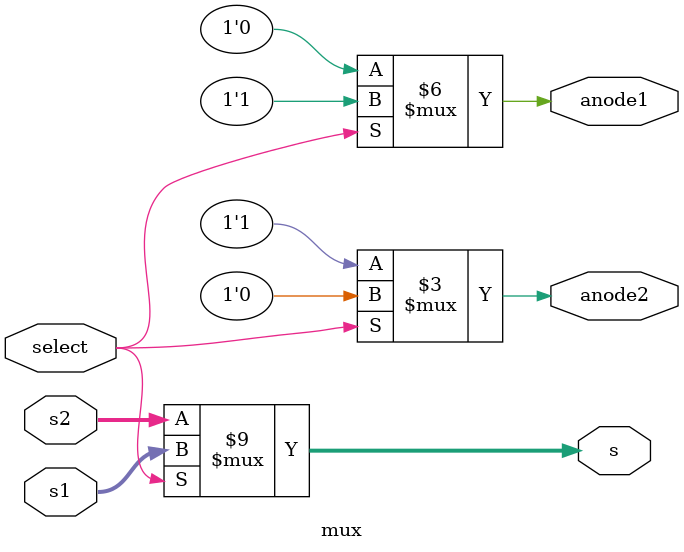
<source format=sv>

module mux(input logic select,
		   input logic [3:0] s1, s2,
		   output logic [3:0] s,
		   output logic anode1, anode2
);

always_comb begin
    if (select) begin
        s = s1;
        anode1 = 1'b1;
        anode2 = 1'b0;
    end
    else begin
        s = s2; 
        anode1 = 1'b0;
        anode2 = 1'b1;
    end
end

endmodule
</source>
